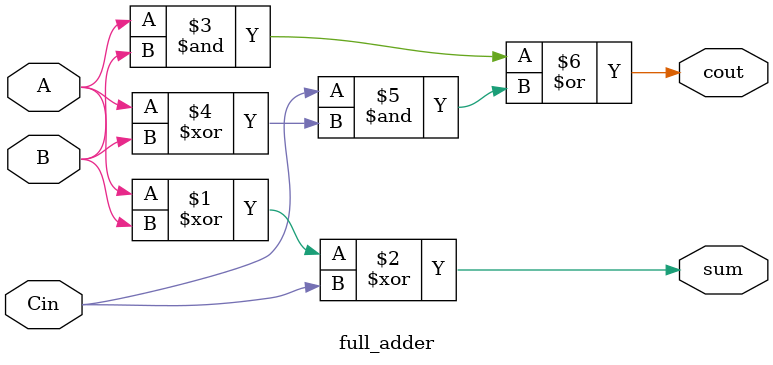
<source format=v>
module full_adder(
    input A,
    input B,
    input Cin,
    output sum,
    output cout
);
    assign sum = A^B^Cin;
    assign cout = A&B | Cin&(A^B);
    
endmodule
</source>
